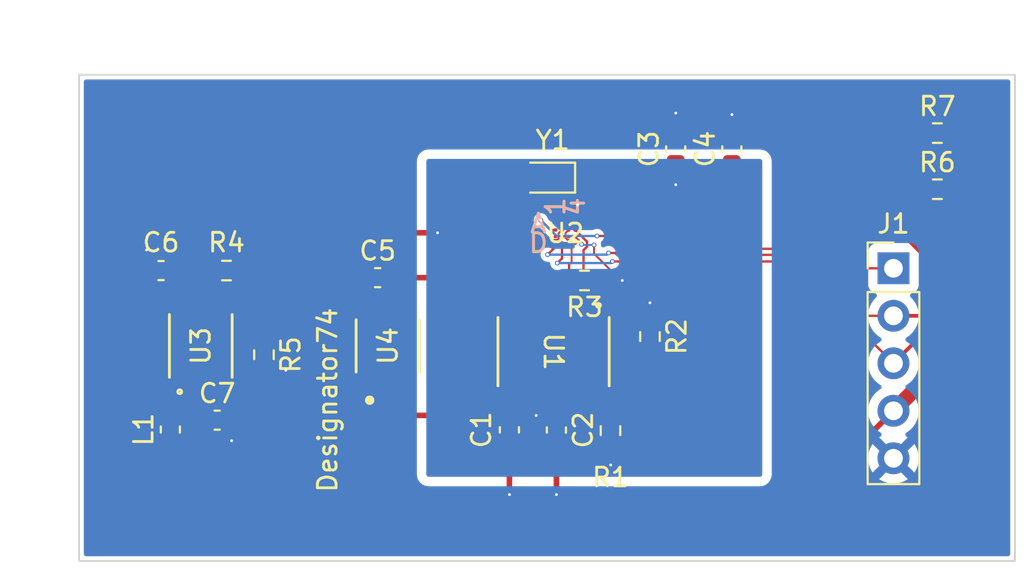
<source format=kicad_pcb>
(kicad_pcb (version 20241229) (generator "pcbnew") (generator_version "9.0")
  (layers (0 "F.Cu" signal "Cu_TOP") (2 "B.Cu" signal "Cu_BOT") (13 "F.Paste" user "T.Paste") (15 "B.Paste" user) (5 "F.SilkS" user "T.Silkscreen") (7 "B.SilkS" user "B.Silkscreen") (1 "F.Mask" user "T.Mask") (3 "B.Mask" user) (25 "Edge.Cuts" user))
  (net 0 "")
  (net 1 "+5V")
  (net 2 "GND")
  (net 3 "+1V8")
  (net 4 "Net-(U2-VCORE)")
  (net 5 "+3.3V")
  (net 6 "HOST_SDA")
  (net 7 "RST")
  (net 8 "HOST_SCL")
  (net 9 "Net-(L1-Pad2)")
  (net 10 "HR_INT")
  (net 11 "SSR_SCL")
  (net 12 "SSR_SDA")
  (net 13 "Net-(U3-FB)")
  (net 20 "Net-(U2-32KOUT)")
  (net 21 "Net-(U2-32KIN)")
  (footprint "PTPS7A2018PDBVR:DBV0005A-IPC_A" (layer "F.Cu") (at 158 71.5 90)
    (property "Reference" "U4" (at 0 0 90) (layer "F.SilkS"))
    (property "Value" "PTPS7A2018PDBVR")
    (fp_line (start -1.4 -1.699999) (end 1.4 -1.699999) (stroke (width 0.15)) (layer "F.SilkS"))
    (fp_line (start -1.4 1.699999) (end 1.4 1.699999) (stroke (width 0.15)) (layer "F.SilkS"))
    (fp_circle (center -2.903101 -0.974999) (end -2.7781 -0.974999) (stroke (width 0.25)) (fill no) (layer "F.SilkS"))
    (fp_text user "Designator74" (at -2.8956 -3.2258 90) (layer "F.SilkS"))
    (pad "1" smd rect (at -1.150483 -0.950001 90) (size 1.805236 0.612132) (layers "F.Cu" "F.Mask" "F.Paste") (net 5 "+3.3V"))
    (pad "2" smd rect (at -1.150483 0 90) (size 1.805236 0.612132) (layers "F.Cu" "F.Mask" "F.Paste") (net 2 "GND"))
    (pad "3" smd rect (at -1.150483 0.950001 90) (size 1.805236 0.612132) (layers "F.Cu" "F.Mask" "F.Paste") (net 5 "+3.3V"))
    (pad "4" smd rect (at 1.150483 0.950001 90) (size 1.805236 0.612132) (layers "F.Cu" "F.Mask" "F.Paste"))
    (pad "5" smd rect (at 1.150483 -0.950001 90) (size 1.805236 0.612132) (layers "F.Cu" "F.Mask" "F.Paste") (net 3 "+1V8"))
  )
  (footprint "Capacitor_SMD:C_0603_1608Metric" (layer "F.Cu") (at 148.874998 75.47)
    (property "Reference" "C7" (at 0 -1.43 0) (layer "F.SilkS"))
    (property "Value" "10u")
    (fp_line (start -0.14058 -0.51) (end 0.14058 -0.51) (stroke (width 0.12)) (layer "F.SilkS"))
    (fp_line (start -0.14058 0.51) (end 0.14058 0.51) (stroke (width 0.12)) (layer "F.SilkS"))
    (pad "1" smd roundrect (at -0.775 0) (size 0.9 0.95) (layers "F.Cu" "F.Mask" "F.Paste") (net 5 "+3.3V"))
    (pad "2" smd roundrect (at 0.775 0) (size 0.9 0.95) (layers "F.Cu" "F.Mask" "F.Paste") (net 2 "GND"))
  )
  (footprint "PAM2401YPADJ:SON12_U-DFN3030-12_DIO-M" (layer "F.Cu") (at 148 71.5 90)
    (property "Reference" "U3" (at 0 0 90) (layer "F.SilkS"))
    (property "Value" "PAM2401YPADJ")
    (fp_line (start 1.6764 -1.6764) (end -1.6764 -1.6764) (stroke (width 0.1524)) (layer "F.SilkS"))
    (fp_line (start -1.6764 1.6764) (end 1.6764 1.6764) (stroke (width 0.1524)) (layer "F.SilkS"))
    (fp_circle (center -2.450199 -1.125) (end -2.348599 -1.125) (stroke (width 0.1524)) (fill no) (layer "F.SilkS"))
    (pad "1" smd rect (at -1.47 -1.125002 90) (size 0.958799 0.2294) (layers "F.Cu" "F.Mask" "F.Paste") (net 9 "Net-(L1-Pad2)"))
    (pad "2" smd rect (at -1.47 -0.675 90) (size 0.958799 0.2294) (layers "F.Cu" "F.Mask" "F.Paste") (net 9 "Net-(L1-Pad2)"))
    (pad "3" smd rect (at -1.47 -0.225001 90) (size 0.958799 0.2294) (layers "F.Cu" "F.Mask" "F.Paste") (net 5 "+3.3V"))
    (pad "4" smd rect (at -1.47 0.225001 90) (size 0.958799 0.2294) (layers "F.Cu" "F.Mask" "F.Paste") (net 5 "+3.3V"))
    (pad "5" smd rect (at -1.47 0.675 90) (size 0.958799 0.2294) (layers "F.Cu" "F.Mask" "F.Paste"))
    (pad "6" smd rect (at -1.47 1.124999 90) (size 0.958799 0.2294) (layers "F.Cu" "F.Mask" "F.Paste") (net 2 "GND"))
    (pad "7" smd rect (at 1.47 1.125002 90) (size 0.958799 0.2294) (layers "F.Cu" "F.Mask" "F.Paste") (net 13 "Net-(U3-FB)"))
    (pad "8" smd rect (at 1.47 0.675 90) (size 0.958799 0.2294) (layers "F.Cu" "F.Mask" "F.Paste"))
    (pad "9" smd rect (at 1.47 0.225001 90) (size 0.958799 0.2294) (layers "F.Cu" "F.Mask" "F.Paste") (net 1 "+5V"))
    (pad "10" smd rect (at 1.47 -0.225001 90) (size 0.958799 0.2294) (layers "F.Cu" "F.Mask" "F.Paste") (net 1 "+5V"))
    (pad "11" smd rect (at 1.47 -0.675 90) (size 0.958799 0.2294) (layers "F.Cu" "F.Mask" "F.Paste") (net 2 "GND"))
    (pad "12" smd rect (at 1.47 -1.124999 90) (size 0.958799 0.2294) (layers "F.Cu" "F.Mask" "F.Paste") (net 2 "GND"))
    (pad "13" smd rect (at 0 0 90) (size 1.7018 2.4892) (layers "F.Cu" "F.Mask" "F.Paste"))
  )
  (footprint "Resistor_SMD:R_0603_1608Metric" (layer "F.Cu") (at 172 71 -90)
    (property "Reference" "R2" (at 0 -1.43 90) (layer "F.SilkS"))
    (property "Value" "4K7")
    (fp_line (start -0.237258 0.5225) (end 0.237258 0.5225) (stroke (width 0.12)) (layer "F.SilkS"))
    (fp_line (start -0.237258 -0.5225) (end 0.237258 -0.5225) (stroke (width 0.12)) (layer "F.SilkS"))
    (pad "1" smd roundrect (at -0.825 0 270) (size 0.8 0.95) (layers "F.Cu" "F.Mask" "F.Paste") (net 3 "+1V8"))
    (pad "2" smd roundrect (at 0.825 0 270) (size 0.8 0.95) (layers "F.Cu" "F.Mask" "F.Paste") (net 11 "SSR_SCL"))
  )
  (footprint "Resistor_SMD:R_0603_1608Metric" (layer "F.Cu") (at 187.355 63.12)
    (property "Reference" "R6" (at 0 -1.43 0) (layer "F.SilkS"))
    (property "Value" "4K7")
    (fp_line (start -0.237258 -0.5225) (end 0.237258 -0.5225) (stroke (width 0.12)) (layer "F.SilkS"))
    (fp_line (start -0.237258 0.5225) (end 0.237258 0.5225) (stroke (width 0.12)) (layer "F.SilkS"))
    (pad "1" smd roundrect (at -0.825 0) (size 0.8 0.95) (layers "F.Cu" "F.Mask" "F.Paste") (net 6 "HOST_SDA"))
    (pad "2" smd roundrect (at 0.825 0) (size 0.8 0.95) (layers "F.Cu" "F.Mask" "F.Paste") (net 5 "+3.3V"))
  )
  (footprint "Resistor_SMD:R_0603_1608Metric" (layer "F.Cu") (at 151.374998 71.97 -90)
    (property "Reference" "R5" (at 0 -1.43 90) (layer "F.SilkS"))
    (property "Value" "100K")
    (fp_line (start -0.237258 0.5225) (end 0.237258 0.5225) (stroke (width 0.12)) (layer "F.SilkS"))
    (fp_line (start -0.237258 -0.5225) (end 0.237258 -0.5225) (stroke (width 0.12)) (layer "F.SilkS"))
    (pad "1" smd roundrect (at -0.825 0 270) (size 0.8 0.95) (layers "F.Cu" "F.Mask" "F.Paste") (net 13 "Net-(U3-FB)"))
    (pad "2" smd roundrect (at 0.825 0 270) (size 0.8 0.95) (layers "F.Cu" "F.Mask" "F.Paste") (net 2 "GND"))
  )
  (footprint "Resistor_SMD:R_0603_1608Metric" (layer "F.Cu") (at 187.355 60.12)
    (property "Reference" "R7" (at 0 -1.43 0) (layer "F.SilkS"))
    (property "Value" "4K7")
    (fp_line (start -0.237258 -0.5225) (end 0.237258 -0.5225) (stroke (width 0.12)) (layer "F.SilkS"))
    (fp_line (start -0.237258 0.5225) (end 0.237258 0.5225) (stroke (width 0.12)) (layer "F.SilkS"))
    (pad "1" smd roundrect (at -0.825 0) (size 0.8 0.95) (layers "F.Cu" "F.Mask" "F.Paste") (net 8 "HOST_SCL"))
    (pad "2" smd roundrect (at 0.825 0) (size 0.8 0.95) (layers "F.Cu" "F.Mask" "F.Paste") (net 5 "+3.3V"))
  )
  (footprint "MAX30101EFD:21-1048_F143A5&plus_1_MXM-M" (layer "F.Cu") (at 166.849999 71.805999 -90)
    (property "Reference" "U1" (at 0 0 270) (layer "F.SilkS"))
    (property "Value" "MAX30101EFD+")
    (fp_line (start -1.8288 2.9718) (end 1.8288 2.9718) (stroke (width 0.1524)) (layer "F.SilkS"))
    (fp_line (start 1.8288 -2.9718) (end -1.8288 -2.9718) (stroke (width 0.1524)) (layer "F.SilkS"))
    (fp_circle (center -2.475799 -2.4) (end -2.374199 -2.4) (stroke (width 0.1524)) (fill no) (layer "F.SilkS"))
    (pad "1" smd rect (at -1.194001 -2.4 270) (size 0.862 0.4056) (layers "F.Cu" "F.Mask" "F.Paste"))
    (pad "2" smd rect (at -1.194001 -1.599999 270) (size 0.862 0.4056) (layers "F.Cu" "F.Mask" "F.Paste") (net 11 "SSR_SCL"))
    (pad "3" smd rect (at -1.194001 -0.800001 270) (size 0.862 0.4056) (layers "F.Cu" "F.Mask" "F.Paste") (net 12 "SSR_SDA"))
    (pad "4" smd rect (at -1.194001 0 270) (size 0.862 0.4056) (layers "F.Cu" "F.Mask" "F.Paste") (net 2 "GND"))
    (pad "5" smd rect (at -1.194001 0.799998 270) (size 0.862 0.4056) (layers "F.Cu" "F.Mask" "F.Paste"))
    (pad "6" smd rect (at -1.194001 1.599999 270) (size 0.862 0.4056) (layers "F.Cu" "F.Mask" "F.Paste"))
    (pad "7" smd rect (at -1.194001 2.4 270) (size 0.862 0.4056) (layers "F.Cu" "F.Mask" "F.Paste"))
    (pad "8" smd rect (at 1.194001 2.4 270) (size 0.862 0.4056) (layers "F.Cu" "F.Mask" "F.Paste"))
    (pad "9" smd rect (at 1.194001 1.599999 270) (size 0.862 0.4056) (layers "F.Cu" "F.Mask" "F.Paste") (net 1 "+5V"))
    (pad "10" smd rect (at 1.194001 0.800001 270) (size 0.862 0.4056) (layers "F.Cu" "F.Mask" "F.Paste") (net 1 "+5V"))
    (pad "11" smd rect (at 1.194001 0 270) (size 0.862 0.4056) (layers "F.Cu" "F.Mask" "F.Paste") (net 3 "+1V8"))
    (pad "12" smd rect (at 1.194001 -0.799998 270) (size 0.862 0.4056) (layers "F.Cu" "F.Mask" "F.Paste") (net 2 "GND"))
    (pad "13" smd rect (at 1.194001 -1.599999 270) (size 0.862 0.4056) (layers "F.Cu" "F.Mask" "F.Paste") (net 10 "HR_INT"))
    (pad "14" smd rect (at 1.194001 -2.4 270) (size 0.862 0.4056) (layers "F.Cu" "F.Mask" "F.Paste"))
  )
  (footprint "MAX32664GWEA-T:21-100241A_W161K1&plus_1_MXM" (layer "F.Cu") (at 167.475 65.475)
    (property "Reference" "U2" (at 0 0 0) (layer "F.SilkS"))
    (property "Value" "MAX32664GWEA+T")
    (fp_text user "A" (at -1.4351 -0.525 0) (layer "F.SilkS"))
    (fp_text user "1" (at -0.525 -1.4224 90) (layer "F.SilkS"))
    (fp_text user "4" (at 0.525 -1.4224 90) (layer "F.SilkS"))
    (fp_text user "D" (at -1.4351 0.525 0) (layer "F.SilkS"))
    (fp_text user "1" (at -0.525 -1.4224 90) (layer "B.SilkS"))
    (fp_text user "4" (at 0.525 -1.4224 90) (layer "B.SilkS"))
    (fp_text user "A" (at -1.4351 -0.525 0) (layer "B.SilkS"))
    (fp_text user "D" (at -1.4351 0.525 0) (layer "B.SilkS"))
    (pad "A1" smd circle (at -0.525 -0.525) (size 0.2032 0.2032) (layers "F.Cu" "F.Mask" "F.Paste") (net 20 "Net-(U2-32KOUT)"))
    (pad "A2" smd circle (at -0.175 -0.525) (size 0.2032 0.2032) (layers "F.Cu" "F.Mask" "F.Paste") (net 21 "Net-(U2-32KIN)"))
    (pad "A3" smd circle (at 0.175 -0.525) (size 0.2032 0.2032) (layers "F.Cu" "F.Mask" "F.Paste") (net 3 "+1V8"))
    (pad "A4" smd circle (at 0.525 -0.525) (size 0.2032 0.2032) (layers "F.Cu" "F.Mask" "F.Paste") (net 4 "Net-(U2-VCORE)"))
    (pad "B1" smd circle (at -0.525 -0.175) (size 0.2032 0.2032) (layers "F.Cu" "F.Mask" "F.Paste") (net 7 "RST"))
    (pad "B2" smd circle (at -0.175 -0.175) (size 0.2032 0.2032) (layers "F.Cu" "F.Mask" "F.Paste") (net 2 "GND"))
    (pad "B3" smd circle (at 0.175 -0.175) (size 0.2032 0.2032) (layers "F.Cu" "F.Mask" "F.Paste") (net 12 "SSR_SDA"))
    (pad "B4" smd circle (at 0.525 -0.175) (size 0.2032 0.2032) (layers "F.Cu" "F.Mask" "F.Paste") (net 11 "SSR_SCL"))
    (pad "C1" smd circle (at -0.525 0.175) (size 0.2032 0.2032) (layers "F.Cu" "F.Mask" "F.Paste"))
    (pad "C2" smd circle (at -0.175 0.175) (size 0.2032 0.2032) (layers "F.Cu" "F.Mask" "F.Paste"))
    (pad "C3" smd circle (at 0.175 0.175) (size 0.2032 0.2032) (layers "F.Cu" "F.Mask" "F.Paste"))
    (pad "C4" smd circle (at 0.525 0.175) (size 0.2032 0.2032) (layers "F.Cu" "F.Mask" "F.Paste") (net 10 "HR_INT"))
    (pad "D1" smd circle (at -0.525 0.525) (size 0.2032 0.2032) (layers "F.Cu" "F.Mask" "F.Paste") (net 8 "HOST_SCL"))
    (pad "D2" smd circle (at -0.175 0.525) (size 0.2032 0.2032) (layers "F.Cu" "F.Mask" "F.Paste") (net 6 "HOST_SDA"))
    (pad "D3" smd circle (at 0.175 0.525) (size 0.2032 0.2032) (layers "F.Cu" "F.Mask" "F.Paste"))
    (pad "D4" smd circle (at 0.525 0.525) (size 0.2032 0.2032) (layers "F.Cu" "F.Mask" "F.Paste"))
  )
  (footprint "Capacitor_SMD:C_0603_1608Metric" (layer "F.Cu") (at 157.450001 67.849517)
    (property "Reference" "C5" (at 0 -1.43 0) (layer "F.SilkS"))
    (property "Value" "1u")
    (fp_line (start -0.14058 -0.51) (end 0.14058 -0.51) (stroke (width 0.12)) (layer "F.SilkS"))
    (fp_line (start -0.14058 0.51) (end 0.14058 0.51) (stroke (width 0.12)) (layer "F.SilkS"))
    (pad "1" smd roundrect (at -0.775 0) (size 0.9 0.95) (layers "F.Cu" "F.Mask" "F.Paste") (net 3 "+1V8"))
    (pad "2" smd roundrect (at 0.775 0) (size 0.9 0.95) (layers "F.Cu" "F.Mask" "F.Paste") (net 2 "GND"))
  )
  (footprint "Resistor_SMD:R_0603_1608Metric" (layer "F.Cu") (at 168.5 68 180)
    (property "Reference" "R3" (at 0 -1.43 0) (layer "F.SilkS"))
    (property "Value" "4K7")
    (fp_line (start -0.237258 0.5225) (end 0.237258 0.5225) (stroke (width 0.12)) (layer "F.SilkS"))
    (fp_line (start -0.237258 -0.5225) (end 0.237258 -0.5225) (stroke (width 0.12)) (layer "F.SilkS"))
    (pad "1" smd roundrect (at -0.825 0 180) (size 0.8 0.95) (layers "F.Cu" "F.Mask" "F.Paste") (net 3 "+1V8"))
    (pad "2" smd roundrect (at 0.825 0 180) (size 0.8 0.95) (layers "F.Cu" "F.Mask" "F.Paste") (net 12 "SSR_SDA"))
  )
  (footprint "Connector_PinHeader_2.54mm:PinHeader_1x05_P2.54mm_Vertical" (layer "F.Cu") (at 185.01 67.35)
    (property "Reference" "J1" (at 0 -2.38 0) (layer "F.SilkS"))
    (property "Value" "Conn_01x05_Pin")
    (fp_line (start -1.38 -1.38) (end 0 -1.38) (stroke (width 0.12)) (layer "F.SilkS"))
    (fp_line (start -1.38 0) (end -1.38 -1.38) (stroke (width 0.12)) (layer "F.SilkS"))
    (fp_line (start -1.38 1.27) (end -1.38 11.54) (stroke (width 0.12)) (layer "F.SilkS"))
    (fp_line (start -1.38 1.27) (end 1.38 1.27) (stroke (width 0.12)) (layer "F.SilkS"))
    (fp_line (start -1.38 11.54) (end 1.38 11.54) (stroke (width 0.12)) (layer "F.SilkS"))
    (fp_line (start 1.38 1.27) (end 1.38 11.54) (stroke (width 0.12)) (layer "F.SilkS"))
    (pad "1" thru_hole rect (at 0 0) (size 1.7 1.7) (drill 1) (layers "*.Cu" "*.Mask") (net 7 "RST"))
    (pad "2" thru_hole circle (at 0 2.54) (size 1.7 1.7) (drill 1) (layers "*.Cu" "*.Mask") (net 8 "HOST_SCL"))
    (pad "3" thru_hole circle (at 0 5.08) (size 1.7 1.7) (drill 1) (layers "*.Cu" "*.Mask") (net 6 "HOST_SDA"))
    (pad "4" thru_hole circle (at 0 7.62) (size 1.7 1.7) (drill 1) (layers "*.Cu" "*.Mask") (net 5 "+3.3V"))
    (pad "5" thru_hole circle (at 0 10.16) (size 1.7 1.7) (drill 1) (layers "*.Cu" "*.Mask") (net 2 "GND"))
  )
  (footprint "Resistor_SMD:R_0603_1608Metric" (layer "F.Cu") (at 169.89 76.03 90)
    (property "Reference" "R1" (at -2.5 0 180) (layer "F.SilkS"))
    (property "Value" "4K7")
    (fp_line (start -0.237258 -0.5225) (end 0.237258 -0.5225) (stroke (width 0.12)) (layer "F.SilkS"))
    (fp_line (start -0.237258 0.5225) (end 0.237258 0.5225) (stroke (width 0.12)) (layer "F.SilkS"))
    (pad "1" smd roundrect (at -0.825 0 90) (size 0.8 0.95) (layers "F.Cu" "F.Mask" "F.Paste") (net 3 "+1V8"))
    (pad "2" smd roundrect (at 0.825 0 90) (size 0.8 0.95) (layers "F.Cu" "F.Mask" "F.Paste") (net 10 "HR_INT"))
  )
  (footprint "Capacitor_SMD:C_0603_1608Metric" (layer "F.Cu") (at 145.874998 67.47 180)
    (property "Reference" "C6" (at 0 1.5 0) (layer "F.SilkS"))
    (property "Value" "22u")
    (fp_line (start -0.14058 0.51) (end 0.14058 0.51) (stroke (width 0.12)) (layer "F.SilkS"))
    (fp_line (start -0.14058 -0.51) (end 0.14058 -0.51) (stroke (width 0.12)) (layer "F.SilkS"))
    (pad "1" smd roundrect (at -0.775 0 180) (size 0.9 0.95) (layers "F.Cu" "F.Mask" "F.Paste") (net 1 "+5V"))
    (pad "2" smd roundrect (at 0.775 0 180) (size 0.9 0.95) (layers "F.Cu" "F.Mask" "F.Paste") (net 2 "GND"))
  )
  (footprint "Capacitor_SMD:C_0603_1608Metric" (layer "F.Cu") (at 167 76 -90)
    (property "Reference" "C2" (at 0 -1.43 90) (layer "F.SilkS"))
    (property "Value" "100n")
    (fp_line (start -0.14058 0.51) (end 0.14058 0.51) (stroke (width 0.12)) (layer "F.SilkS"))
    (fp_line (start -0.14058 -0.51) (end 0.14058 -0.51) (stroke (width 0.12)) (layer "F.SilkS"))
    (pad "1" smd roundrect (at -0.775 0 270) (size 0.9 0.95) (layers "F.Cu" "F.Mask" "F.Paste") (net 3 "+1V8"))
    (pad "2" smd roundrect (at 0.775 0 270) (size 0.9 0.95) (layers "F.Cu" "F.Mask" "F.Paste") (net 2 "GND"))
  )
  (footprint "Capacitor_SMD:C_0603_1608Metric" (layer "F.Cu") (at 173.374998 60.97 90)
    (property "Reference" "C3" (at 0 -1.43 90) (layer "F.SilkS"))
    (property "Value" "1u")
    (fp_line (start -0.14058 -0.51) (end 0.14058 -0.51) (stroke (width 0.12)) (layer "F.SilkS"))
    (fp_line (start -0.14058 0.51) (end 0.14058 0.51) (stroke (width 0.12)) (layer "F.SilkS"))
    (pad "1" smd roundrect (at -0.775 0 90) (size 0.9 0.95) (layers "F.Cu" "F.Mask" "F.Paste") (net 3 "+1V8"))
    (pad "2" smd roundrect (at 0.775 0 90) (size 0.9 0.95) (layers "F.Cu" "F.Mask" "F.Paste") (net 2 "GND"))
  )
  (footprint "Capacitor_SMD:C_0603_1608Metric" (layer "F.Cu") (at 164.49 75.99 -90)
    (property "Reference" "C1" (at 0 1.5 90) (layer "F.SilkS"))
    (property "Value" "10u")
    (fp_line (start -0.14058 0.51) (end 0.14058 0.51) (stroke (width 0.12)) (layer "F.SilkS"))
    (fp_line (start -0.14058 -0.51) (end 0.14058 -0.51) (stroke (width 0.12)) (layer "F.SilkS"))
    (pad "1" smd roundrect (at -0.775 0 270) (size 0.9 0.95) (layers "F.Cu" "F.Mask" "F.Paste") (net 1 "+5V"))
    (pad "2" smd roundrect (at 0.775 0 270) (size 0.9 0.95) (layers "F.Cu" "F.Mask" "F.Paste") (net 2 "GND"))
  )
  (footprint "Resistor_SMD:R_0603_1608Metric" (layer "F.Cu") (at 149.374998 67.47 180)
    (property "Reference" "R4" (at 0 1.5 0) (layer "F.SilkS"))
    (property "Value" "750K")
    (fp_line (start -0.237258 0.5225) (end 0.237258 0.5225) (stroke (width 0.12)) (layer "F.SilkS"))
    (fp_line (start -0.237258 -0.5225) (end 0.237258 -0.5225) (stroke (width 0.12)) (layer "F.SilkS"))
    (pad "1" smd roundrect (at -0.825 0 180) (size 0.8 0.95) (layers "F.Cu" "F.Mask" "F.Paste") (net 13 "Net-(U3-FB)"))
    (pad "2" smd roundrect (at 0.825 0 180) (size 0.8 0.95) (layers "F.Cu" "F.Mask" "F.Paste") (net 1 "+5V"))
  )
  (footprint "Crystal:Crystal_SMD_2012-2Pin_2.0x1.2mm" (layer "F.Cu") (at 166.8 62.5 180)
    (property "Reference" "Y1" (at 0 2 0) (layer "F.SilkS"))
    (property "Value" "32k768")
    (fp_line (start 1.2 -0.8) (end -1.2 -0.8) (stroke (width 0.12)) (layer "F.SilkS"))
    (fp_line (start -1.2 0.8) (end 1.2 0.8) (stroke (width 0.12)) (layer "F.SilkS"))
    (fp_line (start -1.2 -0.8) (end -1.2 0.8) (stroke (width 0.12)) (layer "F.SilkS"))
    (pad "1" smd rect (at -0.7 0 180) (size 0.6 1.1) (layers "F.Cu" "F.Mask" "F.Paste") (net 21 "Net-(U2-32KIN)"))
    (pad "2" smd rect (at 0.7 0 180) (size 0.6 1.1) (layers "F.Cu" "F.Mask" "F.Paste") (net 20 "Net-(U2-32KOUT)"))
  )
  (footprint "Inductor_SMD:L_0603_1608Metric" (layer "F.Cu") (at 146.374998 75.97 90)
    (property "Reference" "L1" (at 0 -1.43 90) (layer "F.SilkS"))
    (property "Value" "2u2")
    (fp_line (start -0.162779 -0.51) (end 0.162779 -0.51) (stroke (width 0.12)) (layer "F.SilkS"))
    (fp_line (start -0.162779 0.51) (end 0.162779 0.51) (stroke (width 0.12)) (layer "F.SilkS"))
    (pad "1" smd roundrect (at -0.7875 0 90) (size 0.875 0.95) (layers "F.Cu" "F.Mask" "F.Paste") (net 5 "+3.3V"))
    (pad "2" smd roundrect (at 0.7875 0 90) (size 0.875 0.95) (layers "F.Cu" "F.Mask" "F.Paste") (net 9 "Net-(L1-Pad2)"))
  )
  (footprint "Capacitor_SMD:C_0603_1608Metric" (layer "F.Cu") (at 176.374998 60.97 90)
    (property "Reference" "C4" (at 0 -1.43 90) (layer "F.SilkS"))
    (property "Value" "1u")
    (fp_line (start -0.14058 -0.51) (end 0.14058 -0.51) (stroke (width 0.12)) (layer "F.SilkS"))
    (fp_line (start -0.14058 0.51) (end 0.14058 0.51) (stroke (width 0.12)) (layer "F.SilkS"))
    (pad "1" smd roundrect (at -0.775 0 90) (size 0.9 0.95) (layers "F.Cu" "F.Mask" "F.Paste") (net 4 "Net-(U2-VCORE)"))
    (pad "2" smd roundrect (at 0.775 0 90) (size 0.9 0.95) (layers "F.Cu" "F.Mask" "F.Paste") (net 2 "GND"))
  )
  (gr_rect (start 147.675 72.49) (end 148.325 73.44) (stroke (width 0.001)) (fill yes) (layer "F.Cu") (net 5))
  (gr_rect (start 147.675 69.55) (end 148.325 70.5) (stroke (width 0.001)) (fill yes) (layer "F.Cu") (net 1))
  (gr_rect (start 146.775 69.55) (end 147.425 70.5) (stroke (width 0.001)) (fill yes) (layer "F.Cu") (net 2))
  (gr_rect (start 165.35 72.575) (end 166 73.425) (stroke (width 0.001)) (fill yes) (layer "F.Cu") (net 1))
  (gr_rect (start 141.5 57) (end 191.5 83) (stroke (width 0.1)) (fill no) (layer "Edge.Cuts"))
  (segment (start 165.25 74.455) (end 165.25 73) (width 0.3) (layer "F.Cu") (net 1))
  (segment (start 151.424 70.394) (end 150.950998 69.920998) (width 0.3) (layer "F.Cu") (net 1))
  (segment (start 151.883772 70.394) (end 151.424 70.394) (width 0.3) (layer "F.Cu") (net 1))
  (segment (start 150.950998 69.920998) (end 150.950998 66.961226) (width 0.3) (layer "F.Cu") (net 1))
  (segment (start 152.200998 71.170998) (end 152.200998 70.711226) (width 0.3) (layer "F.Cu") (net 1))
  (segment (start 152.200998 70.711226) (end 151.883772 70.394) (width 0.3) (layer "F.Cu") (net 1))
  (segment (start 156.245 75.215) (end 152.200998 71.170998) (width 0.3) (layer "F.Cu") (net 1))
  (segment (start 148.549998 66.910002) (end 148.549998 67.47) (width 0.3) (layer "F.Cu") (net 1))
  (segment (start 150.633772 66.644) (end 148.816 66.644) (width 0.3) (layer "F.Cu") (net 1))
  (segment (start 148.549998 67.47) (end 146.649998 67.47) (width 0.2) (layer "F.Cu") (net 1))
  (segment (start 148.225001 70.03) (end 148.225001 68.774999) (width 0.2) (layer "F.Cu") (net 1))
  (segment (start 164.49 75.215) (end 165.25 74.455) (width 0.3) (layer "F.Cu") (net 1))
  (segment (start 148.549998 68.450002) (end 148.549998 67.47) (width 0.2) (layer "F.Cu") (net 1))
  (segment (start 148.225001 68.774999) (end 148.549998 68.450002) (width 0.2) (layer "F.Cu") (net 1))
  (segment (start 148.816 66.644) (end 148.549998 66.910002) (width 0.3) (layer "F.Cu") (net 1))
  (segment (start 164.49 75.215) (end 156.245 75.215) (width 0.3) (layer "F.Cu") (net 1))
  (segment (start 150.950998 66.961226) (end 150.633772 66.644) (width 0.3) (layer "F.Cu") (net 1))
  (segment (start 158 72.650483) (end 158 71.27) (width 0.3) (layer "F.Cu") (net 2))
  (segment (start 150.495 72.795) (end 150.32 72.97) (width 0.3) (layer "F.Cu") (net 2))
  (segment (start 166.849999 69.699999) (end 164.999517 67.849517) (width 0.3) (layer "F.Cu") (net 2))
  (segment (start 167.1126 65.4874) (end 167.1126 65.7674) (width 0.1) (layer "F.Cu") (net 2))
  (segment (start 149.649998 74.529998) (end 149.649998 75.47) (width 0.3) (layer "F.Cu") (net 2))
  (segment (start 167.649997 72.169997) (end 166.849999 71.369999) (width 0.3) (layer "F.Cu") (net 2))
  (segment (start 167 76.775) (end 167.98 75.795) (width 0.3) (layer "F.Cu") (net 2))
  (segment (start 167.649997 74.169997) (end 167.649997 73) (width 0.3) (layer "F.Cu") (net 2))
  (segment (start 146.5 68.5) (end 146.875001 68.875001) (width 0.2) (layer "F.Cu") (net 2))
  (segment (start 158.225001 66.764999) (end 158.23 66.76) (width 0.3) (layer "F.Cu") (net 2))
  (segment (start 150.32 72.97) (end 149.1407 72.97) (width 0.3) (layer "F.Cu") (net 2))
  (segment (start 167.3 65.3) (end 167.1126 65.4874) (width 0.1) (layer "F.Cu") (net 2))
  (segment (start 149.649998 75.47) (end 149.649998 76.569998) (width 0.3) (layer "F.Cu") (net 2))
  (segment (start 149.1407 72.97) (end 149.1407 74.0207) (width 0.3) (layer "F.Cu") (net 2))
  (segment (start 149.649998 76.569998) (end 149.65 76.57) (width 0.3) (layer "F.Cu") (net 2))
  (segment (start 164.49 76.765) (end 164.49 79.45) (width 0.3) (layer "F.Cu") (net 2))
  (segment (start 167 76.775) (end 167 79.45) (width 0.3) (layer "F.Cu") (net 2))
  (segment (start 151.374998 72.795) (end 152.535 72.795) (width 0.3) (layer "F.Cu") (net 2))
  (segment (start 145.099998 68.099998) (end 145.5 68.5) (width 0.2) (layer "F.Cu") (net 2))
  (segment (start 145.099998 67.47) (end 145.099998 66.370002) (width 0.3) (layer "F.Cu") (net 2))
  (segment (start 167.1126 65.7674) (end 167.049 65.831) (width 0.1) (layer "F.Cu") (net 2))
  (segment (start 166.849999 70.611998) (end 166.849999 69.699999) (width 0.3) (layer "F.Cu") (net 2))
  (segment (start 173.374998 59.055002) (end 173.38 59.05) (width 0.3) (layer "F.Cu") (net 2))
  (segment (start 176.374998 60.195) (end 176.374998 59.135002) (width 0.3) (layer "F.Cu") (net 2))
  (segment (start 152.535 72.795) (end 152.54 72.8) (width 0.3) (layer "F.Cu") (net 2))
  (segment (start 166.99 76.765) (end 167 76.775) (width 0.3) (layer "F.Cu") (net 2))
  (segment (start 173.374998 60.195) (end 173.374998 59.055002) (width 0.3) (layer "F.Cu") (net 2))
  (segment (start 166.669 65.831) (end 164.999517 67.500483) (width 0.1) (layer "F.Cu") (net 2))
  (segment (start 145.5 68.5) (end 146.5 68.5) (width 0.2) (layer "F.Cu") (net 2))
  (segment (start 164.999517 67.849517) (end 158.225001 67.849517) (width 0.3) (layer "F.Cu") (net 2))
  (segment (start 158.225001 67.849517) (end 158.225001 66.764999) (width 0.3) (layer "F.Cu") (net 2))
  (segment (start 167.98 74.5) (end 167.649997 74.169997) (width 0.3) (layer "F.Cu") (net 2))
  (segment (start 145.099998 66.370002) (end 145.1 66.37) (width 0.3) (layer "F.Cu") (net 2))
  (segment (start 166.849999 71.369999) (end 166.849999 70.611998) (width 0.3) (layer "F.Cu") (net 2))
  (segment (start 167.98 75.795) (end 167.98 74.5) (width 0.3) (layer "F.Cu") (net 2))
  (segment (start 151.374998 72.795) (end 150.495 72.795) (width 0.3) (layer "F.Cu") (net 2))
  (segment (start 167.049 65.831) (end 166.669 65.831) (width 0.1) (layer "F.Cu") (net 2))
  (segment (start 145.099998 67.47) (end 145.099998 68.099998) (width 0.2) (layer "F.Cu") (net 2))
  (segment (start 149.1407 74.0207) (end 149.649998 74.529998) (width 0.3) (layer "F.Cu") (net 2))
  (segment (start 164.999517 67.500483) (end 164.999517 67.849517) (width 0.1) (layer "F.Cu") (net 2))
  (segment (start 167.649997 73) (end 167.649997 72.169997) (width 0.3) (layer "F.Cu") (net 2))
  (segment (start 176.374998 59.135002) (end 176.38 59.13) (width 0.3) (layer "F.Cu") (net 2))
  (segment (start 146.875001 68.875001) (end 146.875001 70.03) (width 0.2) (layer "F.Cu") (net 2))
  (via (at 176.38 59.13) (size 0.25) (drill 0.15) (layers "F.Cu" "B.Cu") (net 2))
  (via (at 167 79.45) (size 0.25) (drill 0.15) (layers "F.Cu" "B.Cu") (net 2))
  (via (at 145.1 66.37) (size 0.25) (drill 0.15) (layers "F.Cu" "B.Cu") (net 2))
  (via (at 158.23 66.76) (size 0.25) (drill 0.15) (layers "F.Cu" "B.Cu") (net 2))
  (via (at 158 71.27) (size 0.25) (drill 0.15) (layers "F.Cu" "B.Cu") (net 2))
  (via (at 164.49 79.45) (size 0.25) (drill 0.15) (layers "F.Cu" "B.Cu") (net 2))
  (via (at 152.54 72.8) (size 0.25) (drill 0.15) (layers "F.Cu" "B.Cu") (net 2))
  (via (at 173.38 59.05) (size 0.25) (drill 0.15) (layers "F.Cu" "B.Cu") (net 2))
  (via (at 149.65 76.57) (size 0.25) (drill 0.15) (layers "F.Cu" "B.Cu") (net 2))
  (segment (start 169.325 68) (end 170.52 68) (width 0.3) (layer "F.Cu") (net 3))
  (segment (start 167 74.33) (end 167 75.225) (width 0.3) (layer "F.Cu") (net 3))
  (segment (start 166.849999 74.179999) (end 167 74.33) (width 0.3) (layer "F.Cu") (net 3))
  (segment (start 165.925 75.225) (end 165.92 75.22) (width 0.3) (layer "F.Cu") (net 3))
  (segment (start 157.049999 69.119999) (end 156.675001 68.745001) (width 0.3) (layer "F.Cu") (net 3))
  (segment (start 157.049999 70.349517) (end 157.049999 69.119999) (width 0.3) (layer "F.Cu") (net 3))
  (segment (start 167.65 64.44) (end 168.14 63.95) (width 0.125) (layer "F.Cu") (net 3))
  (segment (start 172 70.175) (end 172 69.19) (width 0.3) (layer "F.Cu") (net 3))
  (segment (start 173.374998 62.874998) (end 173.38 62.88) (width 0.3) (layer "F.Cu") (net 3))
  (segment (start 156.675001 67.184999) (end 156.675001 67.849517) (width 0.3) (layer "F.Cu") (net 3))
  (segment (start 169.89 76.855) (end 169.89 77.86) (width 0.3) (layer "F.Cu") (net 3))
  (segment (start 169.89 77.86) (end 169.9 77.87) (width 0.3) (layer "F.Cu") (net 3))
  (segment (start 166.849999 73) (end 166.849999 74.179999) (width 0.3) (layer "F.Cu") (net 3))
  (segment (start 167.65 64.95) (end 167.65 64.44) (width 0.125) (layer "F.Cu") (net 3))
  (segment (start 173.374998 61.745) (end 173.374998 62.874998) (width 0.3) (layer "F.Cu") (net 3))
  (segment (start 156.675001 68.745001) (end 156.675001 67.849517) (width 0.3) (layer "F.Cu") (net 3))
  (segment (start 167 75.225) (end 165.925 75.225) (width 0.3) (layer "F.Cu") (net 3))
  (segment (start 158.41 65.45) (end 156.675001 67.184999) (width 0.3) (layer "F.Cu") (net 3))
  (segment (start 160.65 65.45) (end 158.41 65.45) (width 0.3) (layer "F.Cu") (net 3))
  (via (at 165.92 75.22) (size 0.25) (drill 0.15) (layers "F.Cu" "B.Cu") (net 3))
  (via (at 170.52 68) (size 0.25) (drill 0.15) (layers "F.Cu" "B.Cu") (net 3))
  (via (at 173.38 62.88) (size 0.25) (drill 0.15) (layers "F.Cu" "B.Cu") (net 3))
  (via (at 172 69.19) (size 0.25) (drill 0.15) (layers "F.Cu" "B.Cu") (net 3))
  (via (at 168.14 63.95) (size 0.25) (drill 0.15) (layers "F.Cu" "B.Cu") (net 3))
  (via (at 160.65 65.45) (size 0.25) (drill 0.15) (layers "F.Cu" "B.Cu") (net 3))
  (via (at 169.9 77.87) (size 0.25) (drill 0.15) (layers "F.Cu" "B.Cu") (net 3))
  (segment (start 173.88 64.95) (end 176.374998 62.455002) (width 0.125) (layer "F.Cu") (net 4))
  (segment (start 168 64.95) (end 173.88 64.95) (width 0.125) (layer "F.Cu") (net 4))
  (segment (start 176.374998 62.455002) (end 176.374998 61.745) (width 0.125) (layer "F.Cu") (net 4))
  (segment (start 188.18 59.04) (end 188.18 60.12) (width 0.3) (layer "F.Cu") (net 5))
  (segment (start 148.2093 75.360698) (end 148.2093 72.97) (width 0.3) (layer "F.Cu") (net 5))
  (segment (start 185.01 74.97) (end 190.03 69.95) (width 0.8) (layer "F.Cu") (net 5))
  (segment (start 145.5425 76.7575) (end 144.65 77.65) (width 0.3) (layer "F.Cu") (net 5))
  (segment (start 144.65 80.3) (end 145.71 81.36) (width 0.3) (layer "F.Cu") (net 5))
  (segment (start 147.5625 76.7575) (end 148.099998 76.220002) (width 0.3) (layer "F.Cu") (net 5))
  (segment (start 178.62 81.36) (end 185.01 74.97) (width 0.3) (layer "F.Cu") (net 5))
  (segment (start 154.31 62.33) (end 158.34 58.3) (width 0.3) (layer "F.Cu") (net 5))
  (segment (start 158.6 74.09) (end 157.47 74.09) (width 0.3) (layer "F.Cu") (net 5))
  (segment (start 190.03 69.95) (end 190.03 65.72) (width 0.8) (layer "F.Cu") (net 5))
  (segment (start 187.44 58.3) (end 188.18 59.04) (width 0.3) (layer "F.Cu") (net 5))
  (segment (start 190.03 65.72) (end 188.18 63.87) (width 0.8) (layer "F.Cu") (net 5))
  (segment (start 188.18 63.87) (end 188.18 63.12) (width 0.8) (layer "F.Cu") (net 5))
  (segment (start 157.049999 73.669999) (end 157.049999 72.650483) (width 0.3) (layer "F.Cu") (net 5))
  (segment (start 158.950001 72.650483) (end 158.950001 73.739999) (width 0.3) (layer "F.Cu") (net 5))
  (segment (start 188.18 63.12) (end 188.18 60.12) (width 0.8) (layer "F.Cu") (net 5))
  (segment (start 145.71 81.36) (end 178.62 81.36) (width 0.3) (layer "F.Cu") (net 5))
  (segment (start 148.099998 75.47) (end 148.2093 75.360698) (width 0.3) (layer "F.Cu") (net 5))
  (segment (start 157.049999 72.650483) (end 156.180483 72.650483) (width 0.3) (layer "F.Cu") (net 5))
  (segment (start 148.099998 76.220002) (end 148.099998 75.47) (width 0.3) (layer "F.Cu") (net 5))
  (segment (start 157.47 74.09) (end 157.049999 73.669999) (width 0.3) (layer "F.Cu") (net 5))
  (segment (start 154.31 70.78) (end 154.31 62.33) (width 0.3) (layer "F.Cu") (net 5))
  (segment (start 158.950001 73.739999) (end 158.6 74.09) (width 0.3) (layer "F.Cu") (net 5))
  (segment (start 156.180483 72.650483) (end 154.31 70.78) (width 0.3) (layer "F.Cu") (net 5))
  (segment (start 144.65 77.65) (end 144.65 80.3) (width 0.3) (layer "F.Cu") (net 5))
  (segment (start 158.34 58.3) (end 187.44 58.3) (width 0.3) (layer "F.Cu") (net 5))
  (segment (start 146.374998 76.7575) (end 145.5425 76.7575) (width 0.3) (layer "F.Cu") (net 5))
  (segment (start 146.374998 76.7575) (end 147.5625 76.7575) (width 0.3) (layer "F.Cu") (net 5))
  (segment (start 185.01 72.43) (end 179.564785 66.984785) (width 0.125) (layer "F.Cu") (net 6))
  (segment (start 167.3 66) (end 167.3 66.82) (width 0.125) (layer "F.Cu") (net 6))
  (segment (start 167.3 66.82) (end 167.05 67.07) (width 0.125) (layer "F.Cu") (net 6))
  (segment (start 186.53 63.12) (end 186.53 66.002314) (width 0.2) (layer "F.Cu") (net 6))
  (segment (start 179.564785 66.984785) (end 169.993823 66.984785) (width 0.125) (layer "F.Cu") (net 6))
  (segment (start 187.86 67.332314) (end 187.86 69.58) (width 0.2) (layer "F.Cu") (net 6))
  (segment (start 186.53 66.002314) (end 187.86 67.332314) (width 0.2) (layer "F.Cu") (net 6))
  (segment (start 187.86 69.58) (end 185.01 72.43) (width 0.2) (layer "F.Cu") (net 6))
  (via (at 169.993823 66.984785) (size 0.25) (drill 0.15) (layers "F.Cu" "B.Cu") (net 6))
  (via (at 167.05 67.07) (size 0.25) (drill 0.15) (layers "F.Cu" "B.Cu") (net 6))
  (segment (start 167.05 67.07) (end 169.908608 67.07) (width 0.125) (layer "B.Cu") (net 6))
  (segment (start 169.908608 67.07) (end 169.993823 66.984785) (width 0.125) (layer "B.Cu") (net 6))
  (segment (start 180.93962 67.35) (end 185.01 67.35) (width 0.125) (layer "F.Cu") (net 7))
  (segment (start 179.89462 66.305) (end 180.93962 67.35) (width 0.125) (layer "F.Cu") (net 7))
  (segment (start 169.17 65.62) (end 169.69002 65.62) (width 0.125) (layer "F.Cu") (net 7))
  (segment (start 169.69002 65.62) (end 170.37502 66.305) (width 0.125) (layer "F.Cu") (net 7))
  (segment (start 166.95 65.3) (end 166.69 65.3) (width 0.125) (layer "F.Cu") (net 7))
  (segment (start 170.37502 66.305) (end 179.89462 66.305) (width 0.125) (layer "F.Cu") (net 7))
  (segment (start 166.69 65.3) (end 166.17 64.78) (width 0.125) (layer "F.Cu") (net 7))
  (via (at 166.17 64.78) (size 0.25) (drill 0.15) (layers "F.Cu" "B.Cu") (net 7))
  (via (at 169.17 65.62) (size 0.25) (drill 0.15) (layers "F.Cu" "B.Cu") (net 7))
  (segment (start 167.01 65.62) (end 166.17 64.78) (width 0.125) (layer "B.Cu") (net 7))
  (segment (start 169.17 65.62) (end 167.01 65.62) (width 0.125) (layer "B.Cu") (net 7))
  (segment (start 166.933325 66.0455) (end 166.95 66.062175) (width 0.125) (layer "F.Cu") (net 8))
  (segment (start 185.829 65.867) (end 185.829 60.821) (width 0.2) (layer "F.Cu") (net 8))
  (segment (start 185.01 69.89) (end 186.55 69.89) (width 0.2) (layer "F.Cu") (net 8))
  (segment (start 166.95 66.062175) (end 166.95 66.2) (width 0.125) (layer "F.Cu") (net 8))
  (segment (start 183.02 69.89) (end 179.76 66.63) (width 0.125) (layer "F.Cu") (net 8))
  (segment (start 187.368 67.406) (end 185.829 65.867) (width 0.2) (layer "F.Cu") (net 8))
  (segment (start 170.2404 66.63) (end 170.138814 66.528414) (width 0.125) (layer "F.Cu") (net 8))
  (segment (start 186.55 69.89) (end 187.368 69.072) (width 0.2) (layer "F.Cu") (net 8))
  (segment (start 185.01 69.89) (end 183.02 69.89) (width 0.125) (layer "F.Cu") (net 8))
  (segment (start 166.95 66.2) (end 166.53 66.62) (width 0.125) (layer "F.Cu") (net 8))
  (segment (start 179.76 66.63) (end 170.2404 66.63) (width 0.125) (layer "F.Cu") (net 8))
  (segment (start 187.368 69.072) (end 187.368 67.406) (width 0.2) (layer "F.Cu") (net 8))
  (segment (start 185.829 60.821) (end 186.53 60.12) (width 0.2) (layer "F.Cu") (net 8))
  (segment (start 170.138814 66.528414) (end 169.789549 66.528414) (width 0.125) (layer "F.Cu") (net 8))
  (via (at 166.53 66.62) (size 0.25) (drill 0.15) (layers "F.Cu" "B.Cu") (net 8))
  (via (at 169.789549 66.528414) (size 0.25) (drill 0.15) (layers "F.Cu" "B.Cu") (net 8))
  (segment (start 166.53 66.62) (end 169.697963 66.62) (width 0.125) (layer "B.Cu") (net 8))
  (segment (start 169.697963 66.62) (end 169.789549 66.528414) (width 0.125) (layer "B.Cu") (net 8))
  (segment (start 146.374998 74.595002) (end 146.874998 74.095002) (width 0.3) (layer "F.Cu") (net 9))
  (segment (start 146.874998 74.095002) (end 146.874998 72.97) (width 0.3) (layer "F.Cu") (net 9))
  (segment (start 146.874998 72.97) (end 147.309299 72.97) (width 0.3) (layer "F.Cu") (net 9))
  (segment (start 146.374998 75.1825) (end 146.374998 74.595002) (width 0.3) (layer "F.Cu") (net 9))
  (segment (start 172.36 68.4) (end 171.459 67.499) (width 0.1) (layer "F.Cu") (net 10))
  (segment (start 168.35 66.07) (end 168.35 66) (width 0.1) (layer "F.Cu") (net 10))
  (segment (start 169.01 66.566648) (end 169.01 66.1) (width 0.1) (layer "F.Cu") (net 10))
  (segment (start 168.938998 74.22) (end 169.42 74.22) (width 0.3) (layer "F.Cu") (net 10))
  (segment (start 172.726 72.217352) (end 172.726 68.766) (width 0.1) (layer "F.Cu") (net 10))
  (segment (start 172.726 68.766) (end 172.36 68.4) (width 0.1) (layer "F.Cu") (net 10))
  (segment (start 168.796199 72.318) (end 171.374648 72.318) (width 0.1) (layer "F.Cu") (net 10))
  (segment (start 171.459 67.499) (end 169.942352 67.499) (width 0.1) (layer "F.Cu") (net 10))
  (segment (start 171.374648 72.318) (end 171.532648 72.476) (width 0.1) (layer "F.Cu") (net 10))
  (segment (start 168.449998 72.664201) (end 168.796199 72.318) (width 0.1) (layer "F.Cu") (net 10))
  (segment (start 169.89 74.69) (end 169.89 75.205) (width 0.3) (layer "F.Cu") (net 10))
  (segment (start 169.942352 67.499) (end 169.01 66.566648) (width 0.1) (layer "F.Cu") (net 10))
  (segment (start 168.449998 73) (end 168.449998 72.664201) (width 0.1) (layer "F.Cu") (net 10))
  (segment (start 168.449998 73) (end 168.449998 73.731) (width 0.3) (layer "F.Cu") (net 10))
  (segment (start 168.35 66) (end 168 65.65) (width 0.1) (layer "F.Cu") (net 10))
  (segment (start 169.42 74.22) (end 169.89 74.69) (width 0.3) (layer "F.Cu") (net 10))
  (segment (start 171.532648 72.476) (end 172.467352 72.476) (width 0.1) (layer "F.Cu") (net 10))
  (segment (start 168.449998 73.731) (end 168.938998 74.22) (width 0.3) (layer "F.Cu") (net 10))
  (segment (start 172.467352 72.476) (end 172.726 72.217352) (width 0.1) (layer "F.Cu") (net 10))
  (via (at 168.35 66.07) (size 0.25) (drill 0.15) (layers "F.Cu" "B.Cu") (net 10))
  (via (at 169.01 66.1) (size 0.25) (drill 0.15) (layers "F.Cu" "B.Cu") (net 10))
  (segment (start 168.38 66.1) (end 168.35 66.07) (width 0.1) (layer "B.Cu") (net 10))
  (segment (start 169.01 66.1) (end 168.38 66.1) (width 0.1) (layer "B.Cu") (net 10))
  (segment (start 168.6375 66.189087) (end 168.6375 65.927423) (width 0.125) (layer "F.Cu") (net 11))
  (segment (start 168.6375 65.927423) (end 168.005039 65.294962) (width 0.125) (layer "F.Cu") (net 11))
  (segment (start 168.449998 70.611998) (end 168.449998 66.376589) (width 0.125) (layer "F.Cu") (net 11))
  (segment (start 168.449998 70.611998) (end 168.449998 71.219998) (width 0.3) (layer "F.Cu") (net 11))
  (segment (start 169.055 71.825) (end 172 71.825) (width 0.3) (layer "F.Cu") (net 11))
  (segment (start 168.449998 66.376589) (end 168.6375 66.189087) (width 0.125) (layer "F.Cu") (net 11))
  (segment (start 168.449998 71.219998) (end 169.055 71.825) (width 0.3) (layer "F.Cu") (net 11))
  (segment (start 167.709952 65.83) (end 167.8126 65.932648) (width 0.1) (layer "F.Cu") (net 12))
  (segment (start 167.675 70.586998) (end 167.65 70.611998) (width 0.3) (layer "F.Cu") (net 12))
  (segment (start 167.8126 67.0174) (end 167.68 67.15) (width 0.1) (layer "F.Cu") (net 12))
  (segment (start 167.600048 65.83) (end 167.709952 65.83) (width 0.1) (layer "F.Cu") (net 12))
  (segment (start 167.65 65.3) (end 167.4874 65.4626) (width 0.1) (layer "F.Cu") (net 12))
  (segment (start 167.4874 65.4626) (end 167.4874 65.717352) (width 0.1) (layer "F.Cu") (net 12))
  (segment (start 167.68 67.15) (end 167.68 67.97) (width 0.125) (layer "F.Cu") (net 12))
  (segment (start 167.675 68) (end 167.675 70.586998) (width 0.3) (layer "F.Cu") (net 12))
  (segment (start 167.4874 65.717352) (end 167.600048 65.83) (width 0.1) (layer "F.Cu") (net 12))
  (segment (start 167.8126 65.932648) (end 167.8126 67.0174) (width 0.1) (layer "F.Cu") (net 12))
  (segment (start 151.374998 71.145) (end 150.645 71.145) (width 0.2) (layer "F.Cu") (net 13))
  (segment (start 150.199998 68.300002) (end 150.199998 67.47) (width 0.2) (layer "F.Cu") (net 13))
  (segment (start 149.53 70.03) (end 149.125002 70.03) (width 0.2) (layer "F.Cu") (net 13))
  (segment (start 149.125002 70.03) (end 149.125002 68.874998) (width 0.2) (layer "F.Cu") (net 13))
  (segment (start 150 68.5) (end 150.199998 68.300002) (width 0.2) (layer "F.Cu") (net 13))
  (segment (start 149.125002 68.874998) (end 149.5 68.5) (width 0.2) (layer "F.Cu") (net 13))
  (segment (start 149.5 68.5) (end 150 68.5) (width 0.2) (layer "F.Cu") (net 13))
  (segment (start 150.645 71.145) (end 149.53 70.03) (width 0.2) (layer "F.Cu") (net 13))
  (segment (start 166.1 63.75) (end 166.1 62.5) (width 0.125) (layer "F.Cu") (net 20))
  (segment (start 166.95 64.6) (end 166.1 63.75) (width 0.125) (layer "F.Cu") (net 20))
  (segment (start 166.95 64.95) (end 166.95 64.6) (width 0.125) (layer "F.Cu") (net 20))
  (segment (start 167.5 63.92) (end 167.5 62.5) (width 0.125) (layer "F.Cu") (net 21))
  (segment (start 167.3 64.95) (end 167.3 64.12) (width 0.125) (layer "F.Cu") (net 21))
  (segment (start 167.3 64.12) (end 167.5 63.92) (width 0.125) (layer "F.Cu") (net 21))
  (zone (net 3) (net_name "+1V8") (layer "B.Cu") (priority 7) (connect_pads (clearance 0.25)) (min_thickness 0.25) (fill yes (thermal_gap 0.5) (thermal_bridge_width 0.5))
    (polygon (pts (xy 160.05 61.5) (xy 178 61.5) (xy 178 78.5) (xy 160.05 78.5)))
  )
  (zone (net 2) (net_name "GND") (layer "B.Cu") (priority 6) (connect_pads (clearance 0.5)) (min_thickness 0.25) (fill yes (thermal_gap 0.5) (thermal_bridge_width 0.5))
    (polygon (pts (xy 192 56.5) (xy 192 83.5) (xy 141 83.5) (xy 141 78.5) (xy 178 78.5) (xy 178 61.5) (xy 160.05 61.5) (xy 160.05 78.5) (xy 141 78.5) (xy 141 56.5)))
  )
)
</source>
